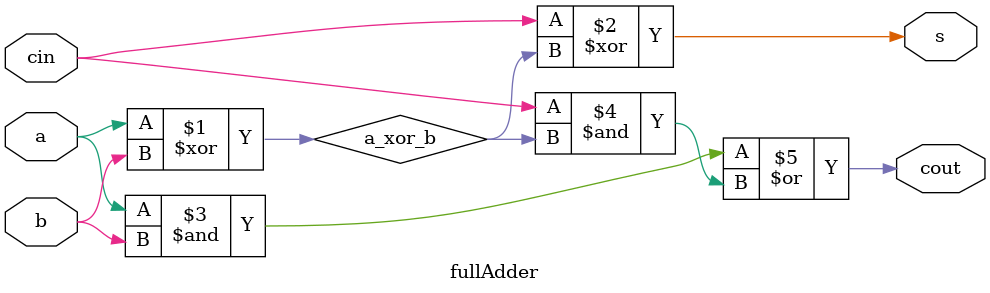
<source format=v>
module fullAdder (
    input  cin,
    input  a,
    input  b,
    output s,
    output cout
);
  // FullAdder compute addition of input cin, a and b,
  // then output result to s and carry bit to cout.

  wire a_xor_b;
  assign a_xor_b = a ^ b;
  assign s = cin ^ a_xor_b;
  assign cout = (a & b) | (cin & a_xor_b);

endmodule

</source>
